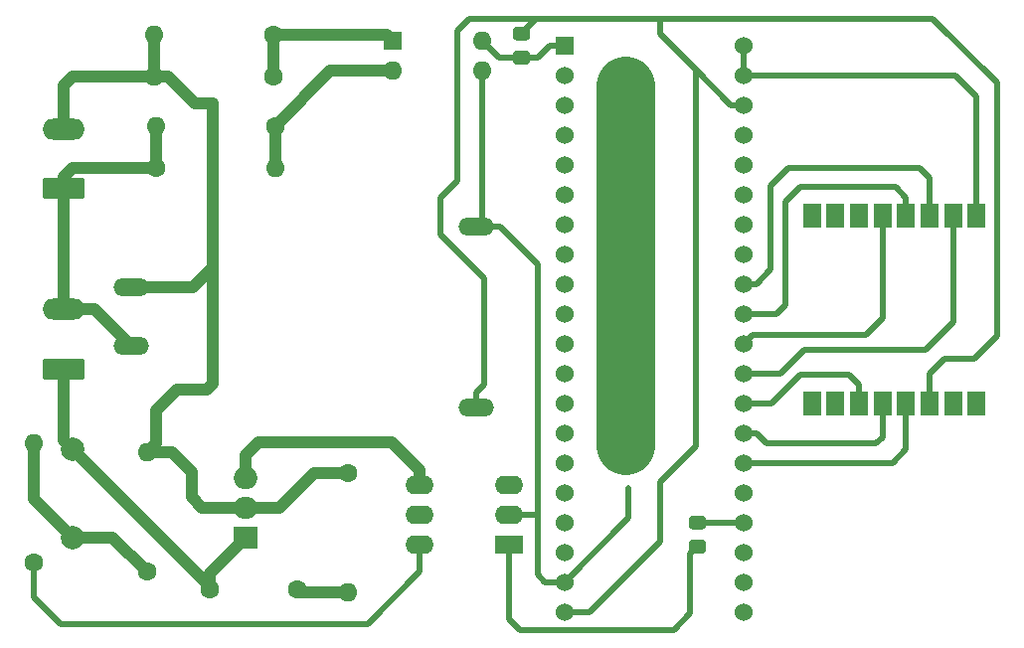
<source format=gbr>
G04 #@! TF.GenerationSoftware,KiCad,Pcbnew,(5.0.2)-1*
G04 #@! TF.CreationDate,2019-04-01T14:51:39+03:00*
G04 #@! TF.ProjectId,vent_sys,76656e74-5f73-4797-932e-6b696361645f,rev?*
G04 #@! TF.SameCoordinates,Original*
G04 #@! TF.FileFunction,Copper,L2,Bot*
G04 #@! TF.FilePolarity,Positive*
%FSLAX46Y46*%
G04 Gerber Fmt 4.6, Leading zero omitted, Abs format (unit mm)*
G04 Created by KiCad (PCBNEW (5.0.2)-1) date 01.04.2019 14:51:39*
%MOMM*%
%LPD*%
G01*
G04 APERTURE LIST*
G04 #@! TA.AperFunction,ComponentPad*
%ADD10C,1.524000*%
G04 #@! TD*
G04 #@! TA.AperFunction,ComponentPad*
%ADD11R,1.524000X1.524000*%
G04 #@! TD*
G04 #@! TA.AperFunction,ComponentPad*
%ADD12O,2.400000X1.600000*%
G04 #@! TD*
G04 #@! TA.AperFunction,ComponentPad*
%ADD13R,2.400000X1.600000*%
G04 #@! TD*
G04 #@! TA.AperFunction,SMDPad,CuDef*
%ADD14R,1.500000X2.000000*%
G04 #@! TD*
G04 #@! TA.AperFunction,ComponentPad*
%ADD15C,2.000000*%
G04 #@! TD*
G04 #@! TA.AperFunction,ComponentPad*
%ADD16O,3.600000X1.800000*%
G04 #@! TD*
G04 #@! TA.AperFunction,Conductor*
%ADD17C,0.100000*%
G04 #@! TD*
G04 #@! TA.AperFunction,ComponentPad*
%ADD18C,1.800000*%
G04 #@! TD*
G04 #@! TA.AperFunction,ComponentPad*
%ADD19O,3.016000X1.508000*%
G04 #@! TD*
G04 #@! TA.AperFunction,ComponentPad*
%ADD20O,2.000000X1.905000*%
G04 #@! TD*
G04 #@! TA.AperFunction,ComponentPad*
%ADD21R,2.000000X1.905000*%
G04 #@! TD*
G04 #@! TA.AperFunction,ComponentPad*
%ADD22O,1.600000X1.600000*%
G04 #@! TD*
G04 #@! TA.AperFunction,ComponentPad*
%ADD23C,1.600000*%
G04 #@! TD*
G04 #@! TA.AperFunction,SMDPad,CuDef*
%ADD24C,1.150000*%
G04 #@! TD*
G04 #@! TA.AperFunction,ComponentPad*
%ADD25R,1.600000X1.600000*%
G04 #@! TD*
G04 #@! TA.AperFunction,Conductor*
%ADD26C,5.000000*%
G04 #@! TD*
G04 #@! TA.AperFunction,Conductor*
%ADD27C,1.000000*%
G04 #@! TD*
G04 #@! TA.AperFunction,Conductor*
%ADD28C,0.500000*%
G04 #@! TD*
G04 APERTURE END LIST*
D10*
G04 #@! TO.P,U2,40*
G04 #@! TO.N,Net-(U2-Pad39)*
X122682000Y-52578000D03*
G04 #@! TO.P,U2,39*
X122682000Y-55118000D03*
G04 #@! TO.P,U2,38*
G04 #@! TO.N,VCC*
X122682000Y-57658000D03*
G04 #@! TO.P,U2,37*
G04 #@! TO.N,Net-(U2-Pad37)*
X122682000Y-60198000D03*
G04 #@! TO.P,U2,36*
G04 #@! TO.N,Net-(U2-Pad36)*
X122682000Y-62738000D03*
G04 #@! TO.P,U2,35*
G04 #@! TO.N,Net-(U2-Pad35)*
X122682000Y-65278000D03*
G04 #@! TO.P,U2,34*
G04 #@! TO.N,Net-(U2-Pad34)*
X122682000Y-67818000D03*
G04 #@! TO.P,U2,33*
G04 #@! TO.N,Net-(U2-Pad33)*
X122682000Y-70358000D03*
G04 #@! TO.P,U2,32*
G04 #@! TO.N,/MOSI*
X122682000Y-72898000D03*
G04 #@! TO.P,U2,31*
G04 #@! TO.N,/MISO*
X122682000Y-75438000D03*
G04 #@! TO.P,U2,30*
G04 #@! TO.N,/SCK*
X122682000Y-77978000D03*
G04 #@! TO.P,U2,29*
G04 #@! TO.N,/NSS*
X122682000Y-80518000D03*
G04 #@! TO.P,U2,28*
G04 #@! TO.N,/DIO1*
X122682000Y-83058000D03*
G04 #@! TO.P,U2,27*
G04 #@! TO.N,/nIRQ*
X122682000Y-85598000D03*
G04 #@! TO.P,U2,26*
G04 #@! TO.N,/Reset*
X122682000Y-88138000D03*
G04 #@! TO.P,U2,25*
G04 #@! TO.N,Net-(U2-Pad25)*
X122682000Y-90678000D03*
G04 #@! TO.P,U2,24*
G04 #@! TO.N,Net-(R6-Pad1)*
X122682000Y-93218000D03*
G04 #@! TO.P,U2,23*
G04 #@! TO.N,Net-(U2-Pad23)*
X122682000Y-95758000D03*
G04 #@! TO.P,U2,22*
G04 #@! TO.N,Net-(U2-Pad22)*
X122682000Y-98298000D03*
G04 #@! TO.P,U2,21*
G04 #@! TO.N,Net-(U2-Pad21)*
X122682000Y-100838000D03*
G04 #@! TO.P,U2,20*
G04 #@! TO.N,VCC*
X107442000Y-100838000D03*
G04 #@! TO.P,U2,19*
G04 #@! TO.N,GND*
X107442000Y-98298000D03*
G04 #@! TO.P,U2,18*
G04 #@! TO.N,Net-(U2-Pad18)*
X107442000Y-95758000D03*
G04 #@! TO.P,U2,17*
G04 #@! TO.N,Net-(U2-Pad17)*
X107442000Y-93218000D03*
G04 #@! TO.P,U2,16*
G04 #@! TO.N,Net-(U2-Pad16)*
X107442000Y-90678000D03*
G04 #@! TO.P,U2,15*
G04 #@! TO.N,Net-(U2-Pad15)*
X107442000Y-88138000D03*
G04 #@! TO.P,U2,14*
G04 #@! TO.N,Net-(U2-Pad14)*
X107442000Y-85598000D03*
G04 #@! TO.P,U2,13*
G04 #@! TO.N,Net-(U2-Pad13)*
X107442000Y-83058000D03*
G04 #@! TO.P,U2,12*
G04 #@! TO.N,Net-(U2-Pad12)*
X107442000Y-80518000D03*
G04 #@! TO.P,U2,11*
G04 #@! TO.N,Net-(U2-Pad11)*
X107442000Y-77978000D03*
G04 #@! TO.P,U2,10*
G04 #@! TO.N,Net-(U2-Pad10)*
X107442000Y-75438000D03*
G04 #@! TO.P,U2,9*
G04 #@! TO.N,Net-(U2-Pad9)*
X107442000Y-72898000D03*
G04 #@! TO.P,U2,8*
G04 #@! TO.N,Net-(U2-Pad8)*
X107442000Y-70358000D03*
G04 #@! TO.P,U2,7*
G04 #@! TO.N,Net-(U2-Pad7)*
X107442000Y-67818000D03*
G04 #@! TO.P,U2,6*
G04 #@! TO.N,Net-(U2-Pad6)*
X107442000Y-65278000D03*
G04 #@! TO.P,U2,5*
G04 #@! TO.N,Net-(U2-Pad5)*
X107442000Y-62738000D03*
G04 #@! TO.P,U2,4*
G04 #@! TO.N,Net-(U2-Pad4)*
X107442000Y-60198000D03*
G04 #@! TO.P,U2,3*
G04 #@! TO.N,Net-(U2-Pad3)*
X107442000Y-57658000D03*
G04 #@! TO.P,U2,2*
G04 #@! TO.N,Net-(U2-Pad2)*
X107442000Y-55118000D03*
D11*
G04 #@! TO.P,U2,1*
G04 #@! TO.N,Net-(R5-Pad2)*
X107442000Y-52578000D03*
G04 #@! TD*
D12*
G04 #@! TO.P,U3,6*
G04 #@! TO.N,Net-(R7-Pad1)*
X95123000Y-95123000D03*
G04 #@! TO.P,U3,3*
G04 #@! TO.N,Net-(U3-Pad3)*
X102743000Y-90043000D03*
G04 #@! TO.P,U3,5*
G04 #@! TO.N,Net-(U3-Pad5)*
X95123000Y-92583000D03*
G04 #@! TO.P,U3,2*
G04 #@! TO.N,GND*
X102743000Y-92583000D03*
G04 #@! TO.P,U3,4*
G04 #@! TO.N,Net-(Q1-Pad3)*
X95123000Y-90043000D03*
D13*
G04 #@! TO.P,U3,1*
G04 #@! TO.N,Net-(R6-Pad2)*
X102743000Y-95123000D03*
G04 #@! TD*
D14*
G04 #@! TO.P,U4,1*
G04 #@! TO.N,Net-(U4-Pad1)*
X142509000Y-83057000D03*
G04 #@! TO.P,U4,2*
G04 #@! TO.N,Net-(U4-Pad2)*
X140509000Y-83057000D03*
G04 #@! TO.P,U4,3*
G04 #@! TO.N,VCC*
X138509000Y-83057000D03*
G04 #@! TO.P,U4,4*
G04 #@! TO.N,/Reset*
X136509000Y-83057000D03*
G04 #@! TO.P,U4,5*
G04 #@! TO.N,/nIRQ*
X134509000Y-83057000D03*
G04 #@! TO.P,U4,6*
G04 #@! TO.N,/DIO1*
X132509000Y-83057000D03*
G04 #@! TO.P,U4,7*
G04 #@! TO.N,Net-(U4-Pad7)*
X130509000Y-83057000D03*
G04 #@! TO.P,U4,8*
G04 #@! TO.N,Net-(U4-Pad8)*
X128509000Y-83057000D03*
G04 #@! TO.P,U4,9*
G04 #@! TO.N,Net-(U4-Pad9)*
X128509000Y-67057000D03*
G04 #@! TO.P,U4,10*
G04 #@! TO.N,Net-(U4-Pad10)*
X130509000Y-67057000D03*
G04 #@! TO.P,U4,11*
G04 #@! TO.N,Net-(U4-Pad11)*
X132509000Y-67057000D03*
G04 #@! TO.P,U4,12*
G04 #@! TO.N,/SCK*
X134509000Y-67057000D03*
G04 #@! TO.P,U4,13*
G04 #@! TO.N,/MISO*
X136509000Y-67057000D03*
G04 #@! TO.P,U4,14*
G04 #@! TO.N,/MOSI*
X138509000Y-67057000D03*
G04 #@! TO.P,U4,15*
G04 #@! TO.N,/NSS*
X140509000Y-67057000D03*
G04 #@! TO.P,U4,16*
G04 #@! TO.N,Net-(U2-Pad39)*
X142509000Y-67057000D03*
G04 #@! TD*
D15*
G04 #@! TO.P,C1,2*
G04 #@! TO.N,Net-(C1-Pad2)*
X65532000Y-86988000D03*
G04 #@! TO.P,C1,1*
G04 #@! TO.N,Net-(C1-Pad1)*
X65532000Y-94488000D03*
G04 #@! TD*
D16*
G04 #@! TO.P,J1,2*
G04 #@! TO.N,/L*
X64770000Y-59690000D03*
D17*
G04 #@! TD*
G04 #@! TO.N,/N*
G04 #@! TO.C,J1*
G36*
X66344504Y-63871204D02*
X66368773Y-63874804D01*
X66392571Y-63880765D01*
X66415671Y-63889030D01*
X66437849Y-63899520D01*
X66458893Y-63912133D01*
X66478598Y-63926747D01*
X66496777Y-63943223D01*
X66513253Y-63961402D01*
X66527867Y-63981107D01*
X66540480Y-64002151D01*
X66550970Y-64024329D01*
X66559235Y-64047429D01*
X66565196Y-64071227D01*
X66568796Y-64095496D01*
X66570000Y-64120000D01*
X66570000Y-65420000D01*
X66568796Y-65444504D01*
X66565196Y-65468773D01*
X66559235Y-65492571D01*
X66550970Y-65515671D01*
X66540480Y-65537849D01*
X66527867Y-65558893D01*
X66513253Y-65578598D01*
X66496777Y-65596777D01*
X66478598Y-65613253D01*
X66458893Y-65627867D01*
X66437849Y-65640480D01*
X66415671Y-65650970D01*
X66392571Y-65659235D01*
X66368773Y-65665196D01*
X66344504Y-65668796D01*
X66320000Y-65670000D01*
X63220000Y-65670000D01*
X63195496Y-65668796D01*
X63171227Y-65665196D01*
X63147429Y-65659235D01*
X63124329Y-65650970D01*
X63102151Y-65640480D01*
X63081107Y-65627867D01*
X63061402Y-65613253D01*
X63043223Y-65596777D01*
X63026747Y-65578598D01*
X63012133Y-65558893D01*
X62999520Y-65537849D01*
X62989030Y-65515671D01*
X62980765Y-65492571D01*
X62974804Y-65468773D01*
X62971204Y-65444504D01*
X62970000Y-65420000D01*
X62970000Y-64120000D01*
X62971204Y-64095496D01*
X62974804Y-64071227D01*
X62980765Y-64047429D01*
X62989030Y-64024329D01*
X62999520Y-64002151D01*
X63012133Y-63981107D01*
X63026747Y-63961402D01*
X63043223Y-63943223D01*
X63061402Y-63926747D01*
X63081107Y-63912133D01*
X63102151Y-63899520D01*
X63124329Y-63889030D01*
X63147429Y-63880765D01*
X63171227Y-63874804D01*
X63195496Y-63871204D01*
X63220000Y-63870000D01*
X66320000Y-63870000D01*
X66344504Y-63871204D01*
X66344504Y-63871204D01*
G37*
D18*
G04 #@! TO.P,J1,1*
G04 #@! TO.N,/N*
X64770000Y-64770000D03*
G04 #@! TD*
D16*
G04 #@! TO.P,J2,2*
G04 #@! TO.N,/N*
X64770000Y-75057000D03*
D17*
G04 #@! TD*
G04 #@! TO.N,Net-(C1-Pad2)*
G04 #@! TO.C,J2*
G36*
X66344504Y-79238204D02*
X66368773Y-79241804D01*
X66392571Y-79247765D01*
X66415671Y-79256030D01*
X66437849Y-79266520D01*
X66458893Y-79279133D01*
X66478598Y-79293747D01*
X66496777Y-79310223D01*
X66513253Y-79328402D01*
X66527867Y-79348107D01*
X66540480Y-79369151D01*
X66550970Y-79391329D01*
X66559235Y-79414429D01*
X66565196Y-79438227D01*
X66568796Y-79462496D01*
X66570000Y-79487000D01*
X66570000Y-80787000D01*
X66568796Y-80811504D01*
X66565196Y-80835773D01*
X66559235Y-80859571D01*
X66550970Y-80882671D01*
X66540480Y-80904849D01*
X66527867Y-80925893D01*
X66513253Y-80945598D01*
X66496777Y-80963777D01*
X66478598Y-80980253D01*
X66458893Y-80994867D01*
X66437849Y-81007480D01*
X66415671Y-81017970D01*
X66392571Y-81026235D01*
X66368773Y-81032196D01*
X66344504Y-81035796D01*
X66320000Y-81037000D01*
X63220000Y-81037000D01*
X63195496Y-81035796D01*
X63171227Y-81032196D01*
X63147429Y-81026235D01*
X63124329Y-81017970D01*
X63102151Y-81007480D01*
X63081107Y-80994867D01*
X63061402Y-80980253D01*
X63043223Y-80963777D01*
X63026747Y-80945598D01*
X63012133Y-80925893D01*
X62999520Y-80904849D01*
X62989030Y-80882671D01*
X62980765Y-80859571D01*
X62974804Y-80835773D01*
X62971204Y-80811504D01*
X62970000Y-80787000D01*
X62970000Y-79487000D01*
X62971204Y-79462496D01*
X62974804Y-79438227D01*
X62980765Y-79414429D01*
X62989030Y-79391329D01*
X62999520Y-79369151D01*
X63012133Y-79348107D01*
X63026747Y-79328402D01*
X63043223Y-79310223D01*
X63061402Y-79293747D01*
X63081107Y-79279133D01*
X63102151Y-79266520D01*
X63124329Y-79256030D01*
X63147429Y-79247765D01*
X63171227Y-79241804D01*
X63195496Y-79238204D01*
X63220000Y-79237000D01*
X66320000Y-79237000D01*
X66344504Y-79238204D01*
X66344504Y-79238204D01*
G37*
D18*
G04 #@! TO.P,J2,1*
G04 #@! TO.N,Net-(C1-Pad2)*
X64770000Y-80137000D03*
G04 #@! TD*
D19*
G04 #@! TO.P,PS1,4*
G04 #@! TO.N,VCC*
X99917000Y-83392000D03*
G04 #@! TO.P,PS1,3*
G04 #@! TO.N,GND*
X99917000Y-67992000D03*
G04 #@! TO.P,PS1,2*
G04 #@! TO.N,/N*
X70517000Y-78192000D03*
G04 #@! TO.P,PS1,1*
G04 #@! TO.N,/L*
X70517000Y-73192000D03*
G04 #@! TD*
D20*
G04 #@! TO.P,Q1,3*
G04 #@! TO.N,Net-(Q1-Pad3)*
X80264000Y-89408000D03*
G04 #@! TO.P,Q1,2*
G04 #@! TO.N,/L*
X80264000Y-91948000D03*
D21*
G04 #@! TO.P,Q1,1*
G04 #@! TO.N,Net-(C1-Pad2)*
X80264000Y-94488000D03*
G04 #@! TD*
D22*
G04 #@! TO.P,R1,2*
G04 #@! TO.N,/L*
X72517000Y-51689000D03*
D23*
G04 #@! TO.P,R1,1*
G04 #@! TO.N,Net-(R1-Pad1)*
X82677000Y-51689000D03*
G04 #@! TD*
D22*
G04 #@! TO.P,R2,2*
G04 #@! TO.N,/L*
X72517000Y-55245000D03*
D23*
G04 #@! TO.P,R2,1*
G04 #@! TO.N,Net-(R1-Pad1)*
X82677000Y-55245000D03*
G04 #@! TD*
D22*
G04 #@! TO.P,R3,2*
G04 #@! TO.N,Net-(R3-Pad2)*
X82804000Y-62992000D03*
D23*
G04 #@! TO.P,R3,1*
G04 #@! TO.N,/N*
X72644000Y-62992000D03*
G04 #@! TD*
D22*
G04 #@! TO.P,R4,2*
G04 #@! TO.N,/N*
X72644000Y-59436000D03*
D23*
G04 #@! TO.P,R4,1*
G04 #@! TO.N,Net-(R3-Pad2)*
X82804000Y-59436000D03*
G04 #@! TD*
D17*
G04 #@! TO.N,Net-(R5-Pad2)*
G04 #@! TO.C,R5*
G36*
X104233505Y-53038204D02*
X104257773Y-53041804D01*
X104281572Y-53047765D01*
X104304671Y-53056030D01*
X104326850Y-53066520D01*
X104347893Y-53079132D01*
X104367599Y-53093747D01*
X104385777Y-53110223D01*
X104402253Y-53128401D01*
X104416868Y-53148107D01*
X104429480Y-53169150D01*
X104439970Y-53191329D01*
X104448235Y-53214428D01*
X104454196Y-53238227D01*
X104457796Y-53262495D01*
X104459000Y-53286999D01*
X104459000Y-53937001D01*
X104457796Y-53961505D01*
X104454196Y-53985773D01*
X104448235Y-54009572D01*
X104439970Y-54032671D01*
X104429480Y-54054850D01*
X104416868Y-54075893D01*
X104402253Y-54095599D01*
X104385777Y-54113777D01*
X104367599Y-54130253D01*
X104347893Y-54144868D01*
X104326850Y-54157480D01*
X104304671Y-54167970D01*
X104281572Y-54176235D01*
X104257773Y-54182196D01*
X104233505Y-54185796D01*
X104209001Y-54187000D01*
X103308999Y-54187000D01*
X103284495Y-54185796D01*
X103260227Y-54182196D01*
X103236428Y-54176235D01*
X103213329Y-54167970D01*
X103191150Y-54157480D01*
X103170107Y-54144868D01*
X103150401Y-54130253D01*
X103132223Y-54113777D01*
X103115747Y-54095599D01*
X103101132Y-54075893D01*
X103088520Y-54054850D01*
X103078030Y-54032671D01*
X103069765Y-54009572D01*
X103063804Y-53985773D01*
X103060204Y-53961505D01*
X103059000Y-53937001D01*
X103059000Y-53286999D01*
X103060204Y-53262495D01*
X103063804Y-53238227D01*
X103069765Y-53214428D01*
X103078030Y-53191329D01*
X103088520Y-53169150D01*
X103101132Y-53148107D01*
X103115747Y-53128401D01*
X103132223Y-53110223D01*
X103150401Y-53093747D01*
X103170107Y-53079132D01*
X103191150Y-53066520D01*
X103213329Y-53056030D01*
X103236428Y-53047765D01*
X103260227Y-53041804D01*
X103284495Y-53038204D01*
X103308999Y-53037000D01*
X104209001Y-53037000D01*
X104233505Y-53038204D01*
X104233505Y-53038204D01*
G37*
D24*
G04 #@! TD*
G04 #@! TO.P,R5,2*
G04 #@! TO.N,Net-(R5-Pad2)*
X103759000Y-53612000D03*
D17*
G04 #@! TO.N,VCC*
G04 #@! TO.C,R5*
G36*
X104233505Y-50988204D02*
X104257773Y-50991804D01*
X104281572Y-50997765D01*
X104304671Y-51006030D01*
X104326850Y-51016520D01*
X104347893Y-51029132D01*
X104367599Y-51043747D01*
X104385777Y-51060223D01*
X104402253Y-51078401D01*
X104416868Y-51098107D01*
X104429480Y-51119150D01*
X104439970Y-51141329D01*
X104448235Y-51164428D01*
X104454196Y-51188227D01*
X104457796Y-51212495D01*
X104459000Y-51236999D01*
X104459000Y-51887001D01*
X104457796Y-51911505D01*
X104454196Y-51935773D01*
X104448235Y-51959572D01*
X104439970Y-51982671D01*
X104429480Y-52004850D01*
X104416868Y-52025893D01*
X104402253Y-52045599D01*
X104385777Y-52063777D01*
X104367599Y-52080253D01*
X104347893Y-52094868D01*
X104326850Y-52107480D01*
X104304671Y-52117970D01*
X104281572Y-52126235D01*
X104257773Y-52132196D01*
X104233505Y-52135796D01*
X104209001Y-52137000D01*
X103308999Y-52137000D01*
X103284495Y-52135796D01*
X103260227Y-52132196D01*
X103236428Y-52126235D01*
X103213329Y-52117970D01*
X103191150Y-52107480D01*
X103170107Y-52094868D01*
X103150401Y-52080253D01*
X103132223Y-52063777D01*
X103115747Y-52045599D01*
X103101132Y-52025893D01*
X103088520Y-52004850D01*
X103078030Y-51982671D01*
X103069765Y-51959572D01*
X103063804Y-51935773D01*
X103060204Y-51911505D01*
X103059000Y-51887001D01*
X103059000Y-51236999D01*
X103060204Y-51212495D01*
X103063804Y-51188227D01*
X103069765Y-51164428D01*
X103078030Y-51141329D01*
X103088520Y-51119150D01*
X103101132Y-51098107D01*
X103115747Y-51078401D01*
X103132223Y-51060223D01*
X103150401Y-51043747D01*
X103170107Y-51029132D01*
X103191150Y-51016520D01*
X103213329Y-51006030D01*
X103236428Y-50997765D01*
X103260227Y-50991804D01*
X103284495Y-50988204D01*
X103308999Y-50987000D01*
X104209001Y-50987000D01*
X104233505Y-50988204D01*
X104233505Y-50988204D01*
G37*
D24*
G04 #@! TD*
G04 #@! TO.P,R5,1*
G04 #@! TO.N,VCC*
X103759000Y-51562000D03*
D17*
G04 #@! TO.N,Net-(R6-Pad2)*
G04 #@! TO.C,R6*
G36*
X119219505Y-94694204D02*
X119243773Y-94697804D01*
X119267572Y-94703765D01*
X119290671Y-94712030D01*
X119312850Y-94722520D01*
X119333893Y-94735132D01*
X119353599Y-94749747D01*
X119371777Y-94766223D01*
X119388253Y-94784401D01*
X119402868Y-94804107D01*
X119415480Y-94825150D01*
X119425970Y-94847329D01*
X119434235Y-94870428D01*
X119440196Y-94894227D01*
X119443796Y-94918495D01*
X119445000Y-94942999D01*
X119445000Y-95593001D01*
X119443796Y-95617505D01*
X119440196Y-95641773D01*
X119434235Y-95665572D01*
X119425970Y-95688671D01*
X119415480Y-95710850D01*
X119402868Y-95731893D01*
X119388253Y-95751599D01*
X119371777Y-95769777D01*
X119353599Y-95786253D01*
X119333893Y-95800868D01*
X119312850Y-95813480D01*
X119290671Y-95823970D01*
X119267572Y-95832235D01*
X119243773Y-95838196D01*
X119219505Y-95841796D01*
X119195001Y-95843000D01*
X118294999Y-95843000D01*
X118270495Y-95841796D01*
X118246227Y-95838196D01*
X118222428Y-95832235D01*
X118199329Y-95823970D01*
X118177150Y-95813480D01*
X118156107Y-95800868D01*
X118136401Y-95786253D01*
X118118223Y-95769777D01*
X118101747Y-95751599D01*
X118087132Y-95731893D01*
X118074520Y-95710850D01*
X118064030Y-95688671D01*
X118055765Y-95665572D01*
X118049804Y-95641773D01*
X118046204Y-95617505D01*
X118045000Y-95593001D01*
X118045000Y-94942999D01*
X118046204Y-94918495D01*
X118049804Y-94894227D01*
X118055765Y-94870428D01*
X118064030Y-94847329D01*
X118074520Y-94825150D01*
X118087132Y-94804107D01*
X118101747Y-94784401D01*
X118118223Y-94766223D01*
X118136401Y-94749747D01*
X118156107Y-94735132D01*
X118177150Y-94722520D01*
X118199329Y-94712030D01*
X118222428Y-94703765D01*
X118246227Y-94697804D01*
X118270495Y-94694204D01*
X118294999Y-94693000D01*
X119195001Y-94693000D01*
X119219505Y-94694204D01*
X119219505Y-94694204D01*
G37*
D24*
G04 #@! TD*
G04 #@! TO.P,R6,2*
G04 #@! TO.N,Net-(R6-Pad2)*
X118745000Y-95268000D03*
D17*
G04 #@! TO.N,Net-(R6-Pad1)*
G04 #@! TO.C,R6*
G36*
X119219505Y-92644204D02*
X119243773Y-92647804D01*
X119267572Y-92653765D01*
X119290671Y-92662030D01*
X119312850Y-92672520D01*
X119333893Y-92685132D01*
X119353599Y-92699747D01*
X119371777Y-92716223D01*
X119388253Y-92734401D01*
X119402868Y-92754107D01*
X119415480Y-92775150D01*
X119425970Y-92797329D01*
X119434235Y-92820428D01*
X119440196Y-92844227D01*
X119443796Y-92868495D01*
X119445000Y-92892999D01*
X119445000Y-93543001D01*
X119443796Y-93567505D01*
X119440196Y-93591773D01*
X119434235Y-93615572D01*
X119425970Y-93638671D01*
X119415480Y-93660850D01*
X119402868Y-93681893D01*
X119388253Y-93701599D01*
X119371777Y-93719777D01*
X119353599Y-93736253D01*
X119333893Y-93750868D01*
X119312850Y-93763480D01*
X119290671Y-93773970D01*
X119267572Y-93782235D01*
X119243773Y-93788196D01*
X119219505Y-93791796D01*
X119195001Y-93793000D01*
X118294999Y-93793000D01*
X118270495Y-93791796D01*
X118246227Y-93788196D01*
X118222428Y-93782235D01*
X118199329Y-93773970D01*
X118177150Y-93763480D01*
X118156107Y-93750868D01*
X118136401Y-93736253D01*
X118118223Y-93719777D01*
X118101747Y-93701599D01*
X118087132Y-93681893D01*
X118074520Y-93660850D01*
X118064030Y-93638671D01*
X118055765Y-93615572D01*
X118049804Y-93591773D01*
X118046204Y-93567505D01*
X118045000Y-93543001D01*
X118045000Y-92892999D01*
X118046204Y-92868495D01*
X118049804Y-92844227D01*
X118055765Y-92820428D01*
X118064030Y-92797329D01*
X118074520Y-92775150D01*
X118087132Y-92754107D01*
X118101747Y-92734401D01*
X118118223Y-92716223D01*
X118136401Y-92699747D01*
X118156107Y-92685132D01*
X118177150Y-92672520D01*
X118199329Y-92662030D01*
X118222428Y-92653765D01*
X118246227Y-92647804D01*
X118270495Y-92644204D01*
X118294999Y-92643000D01*
X119195001Y-92643000D01*
X119219505Y-92644204D01*
X119219505Y-92644204D01*
G37*
D24*
G04 #@! TD*
G04 #@! TO.P,R6,1*
G04 #@! TO.N,Net-(R6-Pad1)*
X118745000Y-93218000D03*
D22*
G04 #@! TO.P,R7,2*
G04 #@! TO.N,Net-(C1-Pad1)*
X62230000Y-86487000D03*
D23*
G04 #@! TO.P,R7,1*
G04 #@! TO.N,Net-(R7-Pad1)*
X62230000Y-96647000D03*
G04 #@! TD*
D22*
G04 #@! TO.P,R8,2*
G04 #@! TO.N,/L*
X71882000Y-87249000D03*
D23*
G04 #@! TO.P,R8,1*
G04 #@! TO.N,Net-(C1-Pad1)*
X71882000Y-97409000D03*
G04 #@! TD*
D22*
G04 #@! TO.P,R9,2*
G04 #@! TO.N,Net-(C2-Pad1)*
X89027000Y-99187000D03*
D23*
G04 #@! TO.P,R9,1*
G04 #@! TO.N,/L*
X89027000Y-89027000D03*
G04 #@! TD*
D22*
G04 #@! TO.P,U1,4*
G04 #@! TO.N,Net-(R5-Pad2)*
X100457000Y-52197000D03*
G04 #@! TO.P,U1,2*
G04 #@! TO.N,Net-(R3-Pad2)*
X92837000Y-54737000D03*
G04 #@! TO.P,U1,3*
G04 #@! TO.N,GND*
X100457000Y-54737000D03*
D25*
G04 #@! TO.P,U1,1*
G04 #@! TO.N,Net-(R1-Pad1)*
X92837000Y-52197000D03*
G04 #@! TD*
D23*
G04 #@! TO.P,C2,2*
G04 #@! TO.N,Net-(C1-Pad2)*
X77209000Y-98933000D03*
G04 #@! TO.P,C2,1*
G04 #@! TO.N,Net-(C2-Pad1)*
X84709000Y-98933000D03*
G04 #@! TD*
D26*
G04 #@! TO.N,*
X112649000Y-56007000D02*
X112649000Y-86614000D01*
D27*
G04 #@! TO.N,Net-(C1-Pad1)*
X62230000Y-91186000D02*
X65532000Y-94488000D01*
X62230000Y-86487000D02*
X62230000Y-91186000D01*
X68961000Y-94488000D02*
X71882000Y-97409000D01*
X65532000Y-94488000D02*
X68961000Y-94488000D01*
G04 #@! TO.N,Net-(C1-Pad2)*
X77209000Y-97543000D02*
X80264000Y-94488000D01*
X77209000Y-98933000D02*
X77209000Y-97543000D01*
X64770000Y-86226000D02*
X65532000Y-86988000D01*
X64770000Y-80137000D02*
X64770000Y-86226000D01*
X77209000Y-98665000D02*
X77209000Y-98933000D01*
X65532000Y-86988000D02*
X77209000Y-98665000D01*
G04 #@! TO.N,Net-(C2-Pad1)*
X84963000Y-99187000D02*
X84709000Y-98933000D01*
X89027000Y-99187000D02*
X84963000Y-99187000D01*
G04 #@! TO.N,/L*
X77470000Y-57531000D02*
X77470000Y-71501000D01*
X77470000Y-71501000D02*
X75779000Y-73192000D01*
X72681999Y-86449001D02*
X72681999Y-83655001D01*
X71882000Y-87249000D02*
X72681999Y-86449001D01*
X72681999Y-83655001D02*
X74422000Y-81915000D01*
X74422000Y-81915000D02*
X76962000Y-81915000D01*
X77470000Y-81407000D02*
X77470000Y-71501000D01*
X76962000Y-81915000D02*
X77470000Y-81407000D01*
X89027000Y-89027000D02*
X86106000Y-89027000D01*
X83185000Y-91948000D02*
X80264000Y-91948000D01*
X86106000Y-89027000D02*
X83185000Y-91948000D01*
X76581000Y-91948000D02*
X75692000Y-91059000D01*
X80264000Y-91948000D02*
X76581000Y-91948000D01*
X75692000Y-91059000D02*
X75692000Y-88900000D01*
X74041000Y-87249000D02*
X71882000Y-87249000D01*
X75692000Y-88900000D02*
X74041000Y-87249000D01*
X72517000Y-55245000D02*
X72517000Y-51689000D01*
X67183000Y-55245000D02*
X72517000Y-55245000D01*
X75934370Y-57531000D02*
X77470000Y-57531000D01*
X73648370Y-55245000D02*
X75934370Y-57531000D01*
X72517000Y-55245000D02*
X73648370Y-55245000D01*
X70517000Y-73192000D02*
X75779000Y-73192000D01*
X64770000Y-59690000D02*
X64770000Y-56007000D01*
X65532000Y-55245000D02*
X67183000Y-55245000D01*
X64770000Y-56007000D02*
X65532000Y-55245000D01*
G04 #@! TO.N,/N*
X72644000Y-59436000D02*
X72644000Y-62992000D01*
X72644000Y-62992000D02*
X67310000Y-62992000D01*
X65532000Y-74803000D02*
X65659000Y-74930000D01*
X67382000Y-75057000D02*
X70517000Y-78192000D01*
X64770000Y-75057000D02*
X67382000Y-75057000D01*
X64770000Y-73157000D02*
X64770000Y-64770000D01*
X64770000Y-75057000D02*
X64770000Y-73157000D01*
X65548000Y-62992000D02*
X67310000Y-62992000D01*
X64770000Y-63770000D02*
X65548000Y-62992000D01*
X64770000Y-64770000D02*
X64770000Y-63770000D01*
G04 #@! TO.N,Net-(Q1-Pad3)*
X80264000Y-87455500D02*
X80264000Y-89408000D01*
X81359500Y-86360000D02*
X80264000Y-87455500D01*
X92691000Y-86360000D02*
X81359500Y-86360000D01*
X95123000Y-90043000D02*
X95123000Y-88792000D01*
X95123000Y-88792000D02*
X92691000Y-86360000D01*
G04 #@! TO.N,Net-(R1-Pad1)*
X82677000Y-55245000D02*
X82677000Y-51689000D01*
X92329000Y-51689000D02*
X92837000Y-52197000D01*
X82677000Y-51689000D02*
X92329000Y-51689000D01*
G04 #@! TO.N,Net-(R3-Pad2)*
X82804000Y-62992000D02*
X82804000Y-59436000D01*
X87503000Y-54737000D02*
X92837000Y-54737000D01*
X82804000Y-59436000D02*
X87503000Y-54737000D01*
D28*
G04 #@! TO.N,Net-(R5-Pad2)*
X103759000Y-53612000D02*
X105138000Y-53612000D01*
X106172000Y-52578000D02*
X107442000Y-52578000D01*
X105138000Y-53612000D02*
X106172000Y-52578000D01*
X101872000Y-53612000D02*
X103759000Y-53612000D01*
X100457000Y-52197000D02*
X101872000Y-53612000D01*
G04 #@! TO.N,Net-(R6-Pad2)*
X118121628Y-95891372D02*
X118121628Y-100953372D01*
X118745000Y-95268000D02*
X118121628Y-95891372D01*
X118121628Y-100953372D02*
X116730010Y-102344990D01*
X116730010Y-102344990D02*
X103614990Y-102344990D01*
X103614990Y-102344990D02*
X102743000Y-101473000D01*
X102743000Y-101473000D02*
X102743000Y-95123000D01*
G04 #@! TO.N,Net-(R7-Pad1)*
X62230000Y-99568000D02*
X62230000Y-96647000D01*
X64516000Y-101854000D02*
X62230000Y-99568000D01*
X90678000Y-101854000D02*
X64516000Y-101854000D01*
X95123000Y-95123000D02*
X95123000Y-97409000D01*
X95123000Y-97409000D02*
X90678000Y-101854000D01*
G04 #@! TO.N,GND*
X105791000Y-98298000D02*
X107442000Y-98298000D01*
X105156000Y-97663000D02*
X105791000Y-98298000D01*
X105156000Y-71818000D02*
X105156000Y-91821000D01*
X105156000Y-91567000D02*
X105156000Y-91821000D01*
X102743000Y-92583000D02*
X105156000Y-92583000D01*
X105156000Y-91821000D02*
X105156000Y-92583000D01*
X105156000Y-92583000D02*
X105156000Y-97663000D01*
X105156000Y-71223000D02*
X105156000Y-71818000D01*
X101925000Y-67992000D02*
X105156000Y-71223000D01*
X99917000Y-67992000D02*
X101925000Y-67992000D01*
X100457000Y-67452000D02*
X99917000Y-67992000D01*
X100457000Y-54737000D02*
X100457000Y-67452000D01*
X107442000Y-98298000D02*
X112903000Y-92837000D01*
X112903000Y-92837000D02*
X112903000Y-90297000D01*
G04 #@! TO.N,/Reset*
X122682000Y-88138000D02*
X135382000Y-88138000D01*
X136509000Y-87011000D02*
X136509000Y-83057000D01*
X135382000Y-88138000D02*
X136509000Y-87011000D01*
G04 #@! TO.N,/nIRQ*
X123759630Y-85598000D02*
X124648630Y-86487000D01*
X122682000Y-85598000D02*
X123759630Y-85598000D01*
X124648630Y-86487000D02*
X133985000Y-86487000D01*
X134509000Y-85963000D02*
X134509000Y-83057000D01*
X133985000Y-86487000D02*
X134509000Y-85963000D01*
G04 #@! TO.N,/DIO1*
X122682000Y-83058000D02*
X125095000Y-83058000D01*
X125095000Y-83058000D02*
X127508000Y-80645000D01*
X127508000Y-80645000D02*
X131699000Y-80645000D01*
X132509000Y-81455000D02*
X132509000Y-83057000D01*
X131699000Y-80645000D02*
X132509000Y-81455000D01*
G04 #@! TO.N,/NSS*
X122682000Y-80518000D02*
X125857000Y-80518000D01*
X125857000Y-80518000D02*
X127889000Y-78486000D01*
X127889000Y-78486000D02*
X138176000Y-78486000D01*
X140509000Y-76153000D02*
X140509000Y-67057000D01*
X138176000Y-78486000D02*
X140509000Y-76153000D01*
G04 #@! TO.N,/SCK*
X123443999Y-77216001D02*
X133095999Y-77216001D01*
X122682000Y-77978000D02*
X123443999Y-77216001D01*
X134509000Y-75803000D02*
X134509000Y-67057000D01*
X133095999Y-77216001D02*
X134509000Y-75803000D01*
G04 #@! TO.N,/MISO*
X136509000Y-65557000D02*
X135595000Y-64643000D01*
X136509000Y-67057000D02*
X136509000Y-65557000D01*
X135595000Y-64643000D02*
X127508000Y-64643000D01*
X127508000Y-64643000D02*
X126238000Y-65913000D01*
X126238000Y-65913000D02*
X126238000Y-74676000D01*
X125476000Y-75438000D02*
X122682000Y-75438000D01*
X126238000Y-74676000D02*
X125476000Y-75438000D01*
G04 #@! TO.N,/MOSI*
X123759630Y-72898000D02*
X124968000Y-71689630D01*
X122682000Y-72898000D02*
X123759630Y-72898000D01*
X124968000Y-71689630D02*
X124968000Y-64516000D01*
X124968000Y-64516000D02*
X126492000Y-62992000D01*
X126492000Y-62992000D02*
X137668000Y-62992000D01*
X138509000Y-63833000D02*
X138509000Y-67057000D01*
X137668000Y-62992000D02*
X138509000Y-63833000D01*
G04 #@! TO.N,VCC*
X119888000Y-50292000D02*
X120396000Y-50292000D01*
X120396000Y-50292000D02*
X137541000Y-50292000D01*
X105029000Y-50292000D02*
X103759000Y-51562000D01*
X114554000Y-50292000D02*
X105029000Y-50292000D01*
X122682000Y-57658000D02*
X121604370Y-57658000D01*
X114554000Y-50292000D02*
X115570000Y-50292000D01*
X115570000Y-50292000D02*
X119888000Y-50292000D01*
X115570000Y-51054000D02*
X115570000Y-50292000D01*
X115570000Y-51623630D02*
X115570000Y-51054000D01*
X109601000Y-100838000D02*
X107442000Y-100838000D01*
X137922000Y-50292000D02*
X138811000Y-50292000D01*
X137922000Y-50292000D02*
X138176000Y-50292000D01*
X137541000Y-50292000D02*
X137922000Y-50292000D01*
X138811000Y-50292000D02*
X144272000Y-55753000D01*
X144272000Y-55753000D02*
X144272000Y-77343000D01*
X144272000Y-77343000D02*
X142367000Y-79248000D01*
X142367000Y-79248000D02*
X139827000Y-79248000D01*
X138509000Y-80566000D02*
X138509000Y-83057000D01*
X139827000Y-79248000D02*
X138509000Y-80566000D01*
X98298000Y-51308000D02*
X99314000Y-50292000D01*
X98298000Y-64135000D02*
X98298000Y-51308000D01*
X99917000Y-82138000D02*
X100584000Y-81471000D01*
X99917000Y-83392000D02*
X99917000Y-82138000D01*
X100584000Y-81471000D02*
X100584000Y-72390000D01*
X100584000Y-72390000D02*
X96901000Y-68707000D01*
X96901000Y-68707000D02*
X96901000Y-65532000D01*
X99314000Y-50292000D02*
X105029000Y-50292000D01*
X96901000Y-65532000D02*
X98298000Y-64135000D01*
X115570000Y-94869000D02*
X110744000Y-99695000D01*
X111125000Y-99314000D02*
X110744000Y-99695000D01*
X110744000Y-99695000D02*
X109601000Y-100838000D01*
X115570000Y-94869000D02*
X115570000Y-89789000D01*
X121604370Y-57658000D02*
X118618000Y-54671630D01*
X118618000Y-86741000D02*
X118618000Y-54671630D01*
X115570000Y-89789000D02*
X118618000Y-86741000D01*
X118618000Y-54671630D02*
X115570000Y-51623630D01*
G04 #@! TO.N,Net-(U2-Pad39)*
X122682000Y-55118000D02*
X122682000Y-52578000D01*
X122682000Y-55118000D02*
X140716000Y-55118000D01*
X142509000Y-56911000D02*
X142509000Y-67057000D01*
X140716000Y-55118000D02*
X142509000Y-56911000D01*
G04 #@! TO.N,Net-(R6-Pad1)*
X122682000Y-93218000D02*
X118745000Y-93218000D01*
G04 #@! TD*
M02*

</source>
